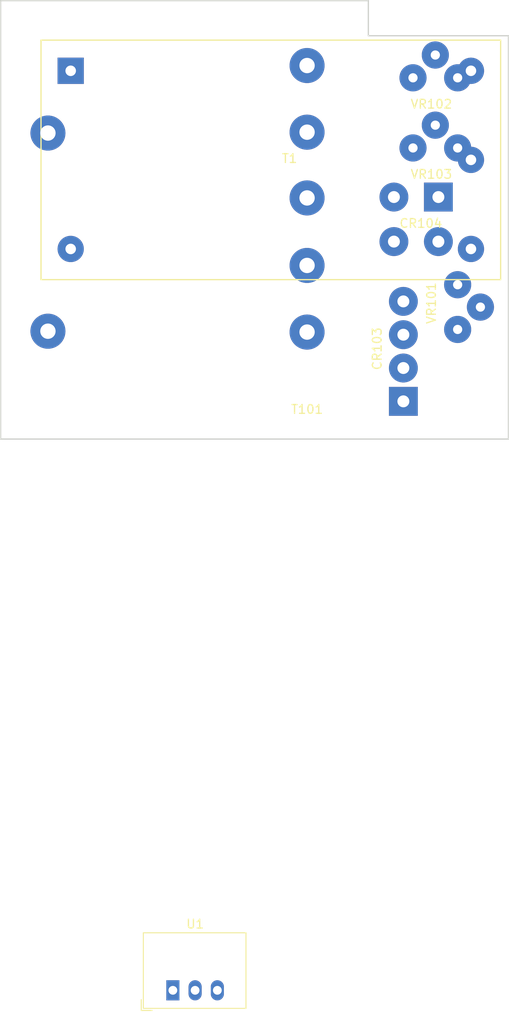
<source format=kicad_pcb>
(kicad_pcb (version 20171130) (host pcbnew "(5.0.2)-1")

  (general
    (thickness 1.6)
    (drawings 6)
    (tracks 0)
    (zones 0)
    (modules 8)
    (nets 15)
  )

  (page A4)
  (layers
    (0 F.Cu signal)
    (31 B.Cu signal)
    (32 B.Adhes user)
    (33 F.Adhes user)
    (34 B.Paste user)
    (35 F.Paste user)
    (36 B.SilkS user)
    (37 F.SilkS user)
    (38 B.Mask user)
    (39 F.Mask user)
    (40 Dwgs.User user)
    (41 Cmts.User user)
    (42 Eco1.User user)
    (43 Eco2.User user)
    (44 Edge.Cuts user)
    (45 Margin user)
    (46 B.CrtYd user)
    (47 F.CrtYd user)
    (48 B.Fab user)
    (49 F.Fab user)
  )

  (setup
    (last_trace_width 0.25)
    (trace_clearance 0.2)
    (zone_clearance 0.508)
    (zone_45_only no)
    (trace_min 0.2)
    (segment_width 0.2)
    (edge_width 0.15)
    (via_size 0.8)
    (via_drill 0.4)
    (via_min_size 0.4)
    (via_min_drill 0.3)
    (uvia_size 0.3)
    (uvia_drill 0.1)
    (uvias_allowed no)
    (uvia_min_size 0.2)
    (uvia_min_drill 0.1)
    (pcb_text_width 0.3)
    (pcb_text_size 1.5 1.5)
    (mod_edge_width 0.15)
    (mod_text_size 1 1)
    (mod_text_width 0.15)
    (pad_size 1.524 1.524)
    (pad_drill 0.762)
    (pad_to_mask_clearance 0.051)
    (solder_mask_min_width 0.25)
    (aux_axis_origin 0 0)
    (visible_elements FFFFFF7F)
    (pcbplotparams
      (layerselection 0x010fc_ffffffff)
      (usegerberextensions false)
      (usegerberattributes false)
      (usegerberadvancedattributes false)
      (creategerberjobfile false)
      (excludeedgelayer true)
      (linewidth 0.100000)
      (plotframeref false)
      (viasonmask false)
      (mode 1)
      (useauxorigin false)
      (hpglpennumber 1)
      (hpglpenspeed 20)
      (hpglpendiameter 15.000000)
      (psnegative false)
      (psa4output false)
      (plotreference true)
      (plotvalue true)
      (plotinvisibletext false)
      (padsonsilk false)
      (subtractmaskfromsilk false)
      (outputformat 1)
      (mirror false)
      (drillshape 1)
      (scaleselection 1)
      (outputdirectory ""))
  )

  (net 0 "")
  (net 1 "Net-(CR103-Pad1)")
  (net 2 "Net-(CR103-Pad3)")
  (net 3 "Net-(CR104-Pad1)")
  (net 4 "Net-(CR104-Pad3)")
  (net 5 -15V)
  (net 6 "Net-(T1-Pad4)")
  (net 7 +15V)
  (net 8 "Net-(U1-Pad1)")
  (net 9 GNDA)
  (net 10 "Net-(U1-Pad3)")
  (net 11 "Net-(VR102-Pad1)")
  (net 12 "Net-(VR103-Pad2)")
  (net 13 /N)
  (net 14 /L)

  (net_class Default "This is the default net class."
    (clearance 0.2)
    (trace_width 0.25)
    (via_dia 0.8)
    (via_drill 0.4)
    (uvia_dia 0.3)
    (uvia_drill 0.1)
    (add_net +15V)
    (add_net -15V)
    (add_net /L)
    (add_net /N)
    (add_net GNDA)
    (add_net "Net-(CR103-Pad1)")
    (add_net "Net-(CR103-Pad3)")
    (add_net "Net-(CR104-Pad1)")
    (add_net "Net-(CR104-Pad3)")
    (add_net "Net-(T1-Pad4)")
    (add_net "Net-(U1-Pad1)")
    (add_net "Net-(U1-Pad3)")
    (add_net "Net-(VR102-Pad1)")
    (add_net "Net-(VR103-Pad2)")
  )

  (module Keithley_Components:Keithley_Transformer (layer F.Cu) (tedit 5C3FABBA) (tstamp 5C70B197)
    (at 65 82.8 180)
    (path /5C3E1C43)
    (fp_text reference T101 (at 0 -3.81 180) (layer F.SilkS)
      (effects (font (size 1 1) (thickness 0.15)))
    )
    (fp_text value Transformer (at 0 -5.08 180) (layer F.Fab)
      (effects (font (size 1 1) (thickness 0.15)))
    )
    (pad 11 thru_hole circle (at 29.6 5.1 180) (size 4 4) (drill 1.75) (layers *.Cu *.Mask)
      (net 14 /L))
    (pad 8 thru_hole circle (at 29.6 27.7 180) (size 4 4) (drill 1.75) (layers *.Cu *.Mask)
      (net 13 /N))
    (pad 6 thru_hole circle (at 0 35.4 180) (size 4 4) (drill 1.75) (layers *.Cu *.Mask)
      (net 5 -15V))
    (pad 5 thru_hole circle (at 0 27.8 180) (size 4 4) (drill 1.75) (layers *.Cu *.Mask)
      (net 6 "Net-(T1-Pad4)"))
    (pad 4 thru_hole circle (at 0 20.3 180) (size 4 4) (drill 1.75) (layers *.Cu *.Mask)
      (net 7 +15V))
    (pad 3 thru_hole circle (at 0 12.6 180) (size 4 4) (drill 1.75) (layers *.Cu *.Mask)
      (net 6 "Net-(T1-Pad4)"))
    (pad 2 thru_hole circle (at 0 5 180) (size 4 4) (drill 1.75) (layers *.Cu *.Mask)
      (net 7 +15V))
  )

  (module Keithley_Components:Bridge_Rectifier_Inline (layer F.Cu) (tedit 5C3FA400) (tstamp 5C70B172)
    (at 76 85.7 180)
    (path /5C3D878F)
    (fp_text reference CR103 (at 3 6 270) (layer F.SilkS)
      (effects (font (size 1 1) (thickness 0.15)))
    )
    (fp_text value JUMPERS (at -3 6 270) (layer F.Fab)
      (effects (font (size 1 1) (thickness 0.15)))
    )
    (pad 1 thru_hole rect (at 0 0 180) (size 3.3 3.3) (drill 1.36) (layers *.Cu *.Mask)
      (net 1 "Net-(CR103-Pad1)"))
    (pad 2 thru_hole circle (at 0 3.8 180) (size 3.3 3.3) (drill 1.36) (layers *.Cu *.Mask)
      (net 1 "Net-(CR103-Pad1)"))
    (pad 3 thru_hole circle (at 0 7.6 180) (size 3.3 3.3) (drill 1.36) (layers *.Cu *.Mask)
      (net 2 "Net-(CR103-Pad3)"))
    (pad 4 thru_hole circle (at 0 11.4 180) (size 3.3 3.3) (drill 1.36) (layers *.Cu *.Mask)
      (net 2 "Net-(CR103-Pad3)"))
  )

  (module Keithley_Components:Bridge_Rectifier_Square (layer F.Cu) (tedit 5C3FA544) (tstamp 5C70B17A)
    (at 80 62.4)
    (path /5C3D9E5C)
    (fp_text reference CR104 (at -2 3) (layer F.SilkS)
      (effects (font (size 1 1) (thickness 0.15)))
    )
    (fp_text value JUMPERS (at -3 -3) (layer F.Fab)
      (effects (font (size 1 1) (thickness 0.15)))
    )
    (pad 1 thru_hole rect (at 0 0) (size 3.3 3.3) (drill 1.36) (layers *.Cu *.Mask)
      (net 3 "Net-(CR104-Pad1)"))
    (pad 2 thru_hole circle (at 0 5.08) (size 3.3 3.3) (drill 1.36) (layers *.Cu *.Mask)
      (net 3 "Net-(CR104-Pad1)"))
    (pad 3 thru_hole circle (at -5.08 0) (size 3.3 3.3) (drill 1.36) (layers *.Cu *.Mask)
      (net 4 "Net-(CR104-Pad3)"))
    (pad 4 thru_hole circle (at -5.08 5.08) (size 3.3 3.3) (drill 1.36) (layers *.Cu *.Mask)
      (net 4 "Net-(CR104-Pad3)"))
  )

  (module Keithley_Components:RAC20-K (layer F.Cu) (tedit 5C3FA8A2) (tstamp 5C70B187)
    (at 38 48)
    (path /5C3D0211)
    (fp_text reference T1 (at 25 10) (layer F.SilkS)
      (effects (font (size 1 1) (thickness 0.15)))
    )
    (fp_text value RAC20-DK (at 24.5 8) (layer F.Fab)
      (effects (font (size 1 1) (thickness 0.15)))
    )
    (fp_line (start -3.39 -3.5) (end 49.11 -3.5) (layer F.SilkS) (width 0.15))
    (fp_line (start 49.11 -3.5) (end 49.11 23.82) (layer F.SilkS) (width 0.15))
    (fp_line (start 49.11 23.82) (end -3.39 23.82) (layer F.SilkS) (width 0.15))
    (fp_line (start -3.39 23.82) (end -3.39 -3.5) (layer F.SilkS) (width 0.15))
    (pad 1 thru_hole rect (at 0 0) (size 3 3) (drill 1.2) (layers *.Cu *.Mask)
      (net 13 /N))
    (pad 2 thru_hole circle (at 0 20.32) (size 3 3) (drill 1.2) (layers *.Cu *.Mask)
      (net 14 /L))
    (pad 3 thru_hole circle (at 45.72 20.32) (size 3 3) (drill 1.2) (layers *.Cu *.Mask)
      (net 5 -15V))
    (pad 4 thru_hole circle (at 45.72 10.16) (size 3 3) (drill 1.2) (layers *.Cu *.Mask)
      (net 6 "Net-(T1-Pad4)"))
    (pad 5 thru_hole circle (at 45.72 0) (size 3 3) (drill 1.2) (layers *.Cu *.Mask)
      (net 7 +15V))
  )

  (module Converter_DCDC:Converter_DCDC_RECOM_R-78E-0.5_THT (layer F.Cu) (tedit 5B741BB0) (tstamp 5C70B1AE)
    (at 49.671001 152.875001)
    (descr "DCDC-Converter, RECOM, RECOM_R-78E-0.5, SIP-3, pitch 2.54mm, package size 11.6x8.5x10.4mm^3, https://www.recom-power.com/pdf/Innoline/R-78Exx-0.5.pdf")
    (tags "dc-dc recom buck sip-3 pitch 2.54mm")
    (path /5C3F11FE)
    (fp_text reference U1 (at 2.54 -7.56) (layer F.SilkS)
      (effects (font (size 1 1) (thickness 0.15)))
    )
    (fp_text value R-78E5.0-1.0 (at 2.54 3) (layer F.Fab)
      (effects (font (size 1 1) (thickness 0.15)))
    )
    (fp_line (start -3.31 -6.5) (end 8.29 -6.5) (layer F.Fab) (width 0.1))
    (fp_line (start 8.29 -6.5) (end 8.29 2) (layer F.Fab) (width 0.1))
    (fp_line (start 8.29 2) (end -2.31 2) (layer F.Fab) (width 0.1))
    (fp_line (start -2.31 2) (end -3.31 1) (layer F.Fab) (width 0.1))
    (fp_line (start -3.31 1) (end -3.31 -6.5) (layer F.Fab) (width 0.1))
    (fp_line (start -3.371 -6.56) (end 8.35 -6.56) (layer F.SilkS) (width 0.12))
    (fp_line (start -3.371 2.06) (end 8.35 2.06) (layer F.SilkS) (width 0.12))
    (fp_line (start -3.371 -6.56) (end -3.371 2.06) (layer F.SilkS) (width 0.12))
    (fp_line (start 8.35 -6.56) (end 8.35 2.06) (layer F.SilkS) (width 0.12))
    (fp_line (start -3.611 1.06) (end -3.611 2.3) (layer F.SilkS) (width 0.12))
    (fp_line (start -3.611 2.3) (end -2.371 2.3) (layer F.SilkS) (width 0.12))
    (fp_line (start -3.57 -6.75) (end -3.57 2.25) (layer F.CrtYd) (width 0.05))
    (fp_line (start -3.57 2.25) (end 8.54 2.25) (layer F.CrtYd) (width 0.05))
    (fp_line (start 8.54 2.25) (end 8.54 -6.75) (layer F.CrtYd) (width 0.05))
    (fp_line (start 8.54 -6.75) (end -3.57 -6.75) (layer F.CrtYd) (width 0.05))
    (fp_text user %R (at 2.54 -2.25) (layer F.Fab)
      (effects (font (size 1 1) (thickness 0.15)))
    )
    (pad 1 thru_hole rect (at 0 0) (size 1.5 2.3) (drill 1) (layers *.Cu *.Mask)
      (net 8 "Net-(U1-Pad1)"))
    (pad 2 thru_hole oval (at 2.54 0) (size 1.5 2.3) (drill 1) (layers *.Cu *.Mask)
      (net 9 GNDA))
    (pad 3 thru_hole oval (at 5.08 0) (size 1.5 2.3) (drill 1) (layers *.Cu *.Mask)
      (net 10 "Net-(U1-Pad3)"))
    (model ${KISYS3DMOD}/Converter_DCDC.3dshapes/Converter_DCDC_RECOM_R-78E-0.5_THT.wrl
      (at (xyz 0 0 0))
      (scale (xyz 1 1 1))
      (rotate (xyz 0 0 0))
    )
  )

  (module Keithley_Components:Voltage_Regulator (layer F.Cu) (tedit 5C3FA697) (tstamp 5C70B1B5)
    (at 82.2 77.5 270)
    (path /5C3F10D0)
    (fp_text reference VR101 (at -3 3 270) (layer F.SilkS)
      (effects (font (size 1 1) (thickness 0.15)))
    )
    (fp_text value L7805 (at -3 -5 270) (layer F.Fab)
      (effects (font (size 1 1) (thickness 0.15)))
    )
    (pad 1 thru_hole circle (at 0 0 270) (size 3.1 3.1) (drill 1.05) (layers *.Cu *.Mask)
      (net 8 "Net-(U1-Pad1)"))
    (pad 2 thru_hole circle (at -2.55 -2.6 270) (size 3.1 3.1) (drill 1.05) (layers *.Cu *.Mask)
      (net 9 GNDA))
    (pad 3 thru_hole circle (at -5.1 0 270) (size 3.1 3.1) (drill 1.05) (layers *.Cu *.Mask)
      (net 10 "Net-(U1-Pad3)"))
  )

  (module Keithley_Components:Voltage_Regulator (layer F.Cu) (tedit 5C3FA697) (tstamp 5C70B1BC)
    (at 82.2 48.8)
    (path /5C3F417A)
    (fp_text reference VR102 (at -3 3) (layer F.SilkS)
      (effects (font (size 1 1) (thickness 0.15)))
    )
    (fp_text value L7815 (at -3 -5) (layer F.Fab)
      (effects (font (size 1 1) (thickness 0.15)))
    )
    (pad 3 thru_hole circle (at -5.1 0) (size 3.1 3.1) (drill 1.05) (layers *.Cu *.Mask)
      (net 11 "Net-(VR102-Pad1)"))
    (pad 2 thru_hole circle (at -2.55 -2.6) (size 3.1 3.1) (drill 1.05) (layers *.Cu *.Mask))
    (pad 1 thru_hole circle (at 0 0) (size 3.1 3.1) (drill 1.05) (layers *.Cu *.Mask)
      (net 11 "Net-(VR102-Pad1)"))
  )

  (module Keithley_Components:Voltage_Regulator (layer F.Cu) (tedit 5C3FA697) (tstamp 5C70B1C3)
    (at 82.2 56.8)
    (path /5C3F4232)
    (fp_text reference VR103 (at -3 3) (layer F.SilkS)
      (effects (font (size 1 1) (thickness 0.15)))
    )
    (fp_text value L7915 (at -3 -5) (layer F.Fab)
      (effects (font (size 1 1) (thickness 0.15)))
    )
    (pad 1 thru_hole circle (at 0 0) (size 3.1 3.1) (drill 1.05) (layers *.Cu *.Mask))
    (pad 2 thru_hole circle (at -2.55 -2.6) (size 3.1 3.1) (drill 1.05) (layers *.Cu *.Mask)
      (net 12 "Net-(VR103-Pad2)"))
    (pad 3 thru_hole circle (at -5.1 0) (size 3.1 3.1) (drill 1.05) (layers *.Cu *.Mask)
      (net 12 "Net-(VR103-Pad2)"))
  )

  (gr_line (start 88 44) (end 88 90) (layer Edge.Cuts) (width 0.15))
  (gr_line (start 72 44) (end 88 44) (layer Edge.Cuts) (width 0.15))
  (gr_line (start 72 40) (end 72 44) (layer Edge.Cuts) (width 0.15))
  (gr_line (start 30 40) (end 72 40) (layer Edge.Cuts) (width 0.15))
  (gr_line (start 30 40) (end 30 90) (layer Edge.Cuts) (width 0.15))
  (gr_line (start 30 90) (end 88 90) (layer Edge.Cuts) (width 0.15))

)

</source>
